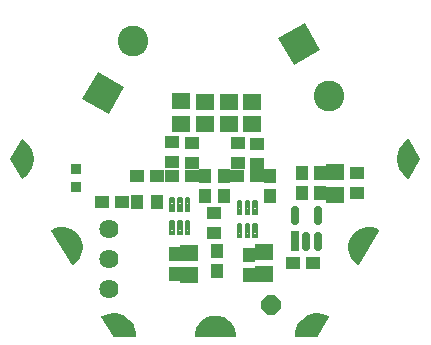
<source format=gbr>
G04 EAGLE Gerber RS-274X export*
G75*
%MOMM*%
%FSLAX34Y34*%
%LPD*%
%INSoldermask Top*%
%IPPOS*%
%AMOC8*
5,1,8,0,0,1.08239X$1,22.5*%
G01*
%ADD10R,1.201600X1.101600*%
%ADD11R,0.901600X0.901600*%
%ADD12C,1.101600*%
%ADD13C,1.625600*%
%ADD14P,1.759533X8X22.500000*%
%ADD15R,2.601600X2.601600*%
%ADD16C,2.601600*%
%ADD17R,1.101600X1.201600*%
%ADD18R,1.601600X1.401600*%
%ADD19C,0.200637*%
%ADD20R,0.673600X1.655600*%
%ADD21C,0.673600*%

G36*
X20204Y-1268D02*
X20204Y-1268D01*
X20233Y-1271D01*
X20300Y-1249D01*
X20370Y-1235D01*
X20394Y-1218D01*
X20422Y-1209D01*
X20475Y-1162D01*
X20534Y-1122D01*
X20550Y-1098D01*
X20572Y-1078D01*
X20603Y-1014D01*
X20641Y-955D01*
X20646Y-926D01*
X20658Y-900D01*
X20667Y-800D01*
X20674Y-758D01*
X20671Y-748D01*
X20673Y-734D01*
X20441Y2064D01*
X20431Y2098D01*
X20427Y2146D01*
X19738Y4867D01*
X19723Y4899D01*
X19711Y4945D01*
X18583Y7517D01*
X18563Y7545D01*
X18544Y7589D01*
X17008Y9940D01*
X16984Y9964D01*
X16958Y10005D01*
X15056Y12070D01*
X15028Y12091D01*
X14995Y12126D01*
X12780Y13851D01*
X12749Y13866D01*
X12711Y13896D01*
X10241Y15232D01*
X10208Y15242D01*
X10166Y15265D01*
X8980Y15673D01*
X7526Y16172D01*
X7525Y16172D01*
X7510Y16177D01*
X7476Y16182D01*
X7430Y16197D01*
X4661Y16659D01*
X4626Y16658D01*
X4579Y16666D01*
X1771Y16666D01*
X1737Y16659D01*
X1689Y16659D01*
X-1080Y16197D01*
X-1113Y16185D01*
X-1160Y16177D01*
X-3816Y15265D01*
X-3846Y15248D01*
X-3891Y15232D01*
X-6361Y13896D01*
X-6387Y13874D01*
X-6430Y13851D01*
X-8645Y12126D01*
X-8668Y12100D01*
X-8706Y12070D01*
X-10608Y10005D01*
X-10626Y9975D01*
X-10658Y9940D01*
X-12194Y7589D01*
X-12207Y7557D01*
X-12233Y7517D01*
X-13361Y4945D01*
X-13368Y4912D01*
X-13371Y4905D01*
X-13377Y4896D01*
X-13378Y4890D01*
X-13388Y4867D01*
X-14077Y2146D01*
X-14079Y2111D01*
X-14091Y2064D01*
X-14323Y-734D01*
X-14319Y-763D01*
X-14324Y-792D01*
X-14308Y-861D01*
X-14299Y-931D01*
X-14285Y-957D01*
X-14278Y-985D01*
X-14236Y-1042D01*
X-14201Y-1104D01*
X-14177Y-1122D01*
X-14160Y-1145D01*
X-14099Y-1181D01*
X-14042Y-1224D01*
X-14014Y-1232D01*
X-13989Y-1247D01*
X-13891Y-1263D01*
X-13850Y-1274D01*
X-13839Y-1272D01*
X-13825Y-1274D01*
X20175Y-1274D01*
X20204Y-1268D01*
G37*
G36*
X-118218Y59035D02*
X-118218Y59035D01*
X-118147Y59032D01*
X-118120Y59042D01*
X-118091Y59044D01*
X-118001Y59086D01*
X-117961Y59101D01*
X-117953Y59109D01*
X-117940Y59115D01*
X-115637Y60714D01*
X-115613Y60740D01*
X-115573Y60767D01*
X-113564Y62724D01*
X-113545Y62753D01*
X-113510Y62786D01*
X-111851Y65047D01*
X-111836Y65078D01*
X-111807Y65117D01*
X-110543Y67620D01*
X-110534Y67654D01*
X-110512Y67697D01*
X-109676Y70374D01*
X-109673Y70408D01*
X-109658Y70454D01*
X-109275Y73233D01*
X-109277Y73267D01*
X-109271Y73315D01*
X-109350Y76118D01*
X-109358Y76152D01*
X-109359Y76200D01*
X-109898Y78952D01*
X-109912Y78984D01*
X-109921Y79032D01*
X-110906Y81657D01*
X-110921Y81682D01*
X-110926Y81702D01*
X-110934Y81713D01*
X-110941Y81732D01*
X-112345Y84160D01*
X-112368Y84186D01*
X-112392Y84228D01*
X-114176Y86391D01*
X-114203Y86413D01*
X-114234Y86450D01*
X-116350Y88291D01*
X-116380Y88308D01*
X-116416Y88340D01*
X-118807Y89807D01*
X-118839Y89818D01*
X-118880Y89844D01*
X-121479Y90897D01*
X-121513Y90904D01*
X-121558Y90922D01*
X-124295Y91533D01*
X-124330Y91534D01*
X-124377Y91545D01*
X-127177Y91697D01*
X-127211Y91692D01*
X-127259Y91695D01*
X-130047Y91385D01*
X-130080Y91374D01*
X-130128Y91369D01*
X-132826Y90604D01*
X-132856Y90588D01*
X-132903Y90575D01*
X-135438Y89376D01*
X-135462Y89359D01*
X-135489Y89349D01*
X-135541Y89300D01*
X-135598Y89257D01*
X-135612Y89232D01*
X-135634Y89212D01*
X-135662Y89147D01*
X-135698Y89086D01*
X-135701Y89057D01*
X-135713Y89030D01*
X-135714Y88959D01*
X-135723Y88888D01*
X-135715Y88860D01*
X-135715Y88831D01*
X-135681Y88738D01*
X-135669Y88697D01*
X-135662Y88688D01*
X-135657Y88675D01*
X-118657Y59275D01*
X-118638Y59253D01*
X-118625Y59227D01*
X-118572Y59179D01*
X-118525Y59126D01*
X-118499Y59114D01*
X-118477Y59094D01*
X-118410Y59071D01*
X-118346Y59041D01*
X-118317Y59039D01*
X-118289Y59030D01*
X-118218Y59035D01*
G37*
G36*
X124601Y59036D02*
X124601Y59036D01*
X124672Y59035D01*
X124699Y59046D01*
X124728Y59050D01*
X124790Y59084D01*
X124855Y59112D01*
X124876Y59133D01*
X124901Y59147D01*
X124964Y59223D01*
X124994Y59254D01*
X124998Y59264D01*
X125007Y59275D01*
X142007Y88675D01*
X142016Y88703D01*
X142033Y88727D01*
X142048Y88796D01*
X142070Y88864D01*
X142068Y88893D01*
X142074Y88921D01*
X142061Y88991D01*
X142055Y89062D01*
X142042Y89088D01*
X142036Y89116D01*
X141996Y89175D01*
X141964Y89238D01*
X141941Y89257D01*
X141925Y89281D01*
X141843Y89338D01*
X141810Y89365D01*
X141800Y89368D01*
X141788Y89376D01*
X139253Y90575D01*
X139219Y90583D01*
X139176Y90604D01*
X136478Y91369D01*
X136443Y91371D01*
X136397Y91385D01*
X133609Y91695D01*
X133575Y91692D01*
X133527Y91697D01*
X130727Y91545D01*
X130693Y91536D01*
X130645Y91533D01*
X127908Y90922D01*
X127876Y90908D01*
X127829Y90897D01*
X125230Y89844D01*
X125201Y89825D01*
X125157Y89807D01*
X122766Y88340D01*
X122741Y88316D01*
X122700Y88291D01*
X120584Y86450D01*
X120563Y86423D01*
X120526Y86391D01*
X118742Y84228D01*
X118726Y84197D01*
X118695Y84160D01*
X117291Y81732D01*
X117280Y81699D01*
X117273Y81686D01*
X117263Y81672D01*
X117263Y81669D01*
X117256Y81657D01*
X116271Y79032D01*
X116265Y78997D01*
X116248Y78952D01*
X115709Y76200D01*
X115709Y76166D01*
X115700Y76118D01*
X115621Y73315D01*
X115627Y73281D01*
X115625Y73233D01*
X116008Y70454D01*
X116020Y70422D01*
X116026Y70374D01*
X116862Y67697D01*
X116879Y67666D01*
X116893Y67620D01*
X118157Y65117D01*
X118179Y65090D01*
X118201Y65047D01*
X119860Y62786D01*
X119886Y62763D01*
X119914Y62724D01*
X121923Y60767D01*
X121952Y60748D01*
X121987Y60714D01*
X124290Y59115D01*
X124317Y59103D01*
X124340Y59085D01*
X124408Y59064D01*
X124473Y59036D01*
X124502Y59036D01*
X124530Y59028D01*
X124601Y59036D01*
G37*
G36*
X166902Y132236D02*
X166902Y132236D01*
X166973Y132236D01*
X167000Y132247D01*
X167029Y132250D01*
X167091Y132285D01*
X167156Y132313D01*
X167177Y132333D01*
X167202Y132348D01*
X167265Y132425D01*
X167295Y132455D01*
X167299Y132465D01*
X167308Y132476D01*
X176808Y148976D01*
X176818Y149008D01*
X176827Y149021D01*
X176831Y149045D01*
X176832Y149049D01*
X176863Y149119D01*
X176863Y149143D01*
X176871Y149165D01*
X176865Y149241D01*
X176866Y149318D01*
X176856Y149342D01*
X176855Y149363D01*
X176834Y149402D01*
X176808Y149474D01*
X167308Y165974D01*
X167289Y165996D01*
X167276Y166022D01*
X167223Y166070D01*
X167176Y166123D01*
X167150Y166136D01*
X167129Y166155D01*
X167061Y166178D01*
X166997Y166209D01*
X166968Y166211D01*
X166941Y166220D01*
X166869Y166215D01*
X166798Y166218D01*
X166771Y166208D01*
X166742Y166206D01*
X166652Y166164D01*
X166612Y166149D01*
X166604Y166142D01*
X166591Y166136D01*
X164068Y164394D01*
X164044Y164370D01*
X164006Y164343D01*
X161794Y162219D01*
X161775Y162191D01*
X161741Y162159D01*
X159899Y159708D01*
X159885Y159677D01*
X159856Y159640D01*
X158431Y156925D01*
X158422Y156894D01*
X158406Y156869D01*
X158405Y156861D01*
X158400Y156851D01*
X157429Y153943D01*
X157425Y153909D01*
X157410Y153865D01*
X156918Y150838D01*
X156919Y150804D01*
X156911Y150758D01*
X156911Y147692D01*
X156912Y147688D01*
X156912Y147686D01*
X156918Y147659D01*
X156918Y147612D01*
X157410Y144585D01*
X157422Y144554D01*
X157429Y144507D01*
X158400Y141599D01*
X158417Y141570D01*
X158431Y141525D01*
X159856Y138810D01*
X159878Y138784D01*
X159899Y138742D01*
X161741Y136291D01*
X161766Y136268D01*
X161794Y136231D01*
X164006Y134107D01*
X164034Y134089D01*
X164068Y134056D01*
X166591Y132314D01*
X166618Y132303D01*
X166640Y132284D01*
X166709Y132264D01*
X166774Y132236D01*
X166803Y132236D01*
X166831Y132228D01*
X166902Y132236D01*
G37*
G36*
X-160519Y132235D02*
X-160519Y132235D01*
X-160448Y132232D01*
X-160421Y132242D01*
X-160392Y132244D01*
X-160302Y132286D01*
X-160262Y132301D01*
X-160254Y132308D01*
X-160241Y132314D01*
X-157718Y134056D01*
X-157694Y134080D01*
X-157656Y134107D01*
X-155444Y136231D01*
X-155425Y136259D01*
X-155391Y136291D01*
X-153549Y138742D01*
X-153535Y138773D01*
X-153506Y138810D01*
X-152081Y141525D01*
X-152072Y141558D01*
X-152050Y141599D01*
X-151079Y144507D01*
X-151075Y144541D01*
X-151060Y144585D01*
X-150568Y147612D01*
X-150569Y147646D01*
X-150561Y147692D01*
X-150561Y150758D01*
X-150568Y150791D01*
X-150568Y150838D01*
X-151060Y153865D01*
X-151072Y153896D01*
X-151079Y153943D01*
X-152050Y156851D01*
X-152063Y156874D01*
X-152069Y156899D01*
X-152076Y156908D01*
X-152081Y156925D01*
X-153506Y159640D01*
X-153528Y159666D01*
X-153549Y159708D01*
X-155391Y162159D01*
X-155416Y162182D01*
X-155444Y162219D01*
X-157656Y164343D01*
X-157684Y164361D01*
X-157718Y164394D01*
X-160241Y166136D01*
X-160268Y166147D01*
X-160290Y166166D01*
X-160359Y166186D01*
X-160424Y166214D01*
X-160453Y166214D01*
X-160481Y166222D01*
X-160552Y166214D01*
X-160623Y166215D01*
X-160650Y166203D01*
X-160679Y166200D01*
X-160741Y166165D01*
X-160806Y166137D01*
X-160827Y166117D01*
X-160852Y166102D01*
X-160915Y166025D01*
X-160945Y165995D01*
X-160949Y165985D01*
X-160958Y165974D01*
X-170458Y149474D01*
X-170482Y149401D01*
X-170513Y149331D01*
X-170513Y149307D01*
X-170521Y149285D01*
X-170515Y149209D01*
X-170516Y149132D01*
X-170506Y149108D01*
X-170505Y149087D01*
X-170484Y149048D01*
X-170465Y148996D01*
X-170464Y148990D01*
X-170462Y148988D01*
X-170458Y148976D01*
X-160958Y132476D01*
X-160939Y132454D01*
X-160926Y132428D01*
X-160873Y132380D01*
X-160826Y132327D01*
X-160800Y132314D01*
X-160779Y132295D01*
X-160711Y132272D01*
X-160647Y132241D01*
X-160618Y132240D01*
X-160591Y132230D01*
X-160519Y132235D01*
G37*
G36*
X89851Y-1259D02*
X89851Y-1259D01*
X89929Y-1250D01*
X89948Y-1239D01*
X89970Y-1235D01*
X90034Y-1191D01*
X90102Y-1152D01*
X90118Y-1133D01*
X90134Y-1122D01*
X90158Y-1084D01*
X90208Y-1024D01*
X99708Y15476D01*
X99717Y15503D01*
X99733Y15527D01*
X99748Y15597D01*
X99771Y15665D01*
X99768Y15693D01*
X99774Y15721D01*
X99761Y15792D01*
X99755Y15863D01*
X99742Y15888D01*
X99736Y15916D01*
X99696Y15976D01*
X99663Y16039D01*
X99641Y16057D01*
X99625Y16081D01*
X99542Y16139D01*
X99510Y16166D01*
X99499Y16169D01*
X99489Y16176D01*
X96723Y17485D01*
X96690Y17493D01*
X96647Y17513D01*
X93707Y18361D01*
X93673Y18364D01*
X93629Y18377D01*
X90591Y18742D01*
X90557Y18739D01*
X90510Y18745D01*
X87453Y18618D01*
X87420Y18610D01*
X87373Y18609D01*
X84376Y17993D01*
X84345Y17980D01*
X84299Y17971D01*
X81439Y16882D01*
X81411Y16864D01*
X81367Y16848D01*
X78719Y15314D01*
X78693Y15292D01*
X78653Y15269D01*
X76285Y13331D01*
X76263Y13304D01*
X76227Y13275D01*
X74200Y10982D01*
X74184Y10953D01*
X74152Y10918D01*
X72520Y8330D01*
X72508Y8298D01*
X72483Y8259D01*
X71287Y5442D01*
X71280Y5409D01*
X71277Y5402D01*
X71273Y5396D01*
X71272Y5390D01*
X71261Y5366D01*
X70533Y2394D01*
X70531Y2360D01*
X70520Y2315D01*
X70277Y-735D01*
X70281Y-764D01*
X70276Y-792D01*
X70293Y-861D01*
X70301Y-933D01*
X70316Y-957D01*
X70322Y-985D01*
X70365Y-1043D01*
X70401Y-1105D01*
X70423Y-1122D01*
X70440Y-1145D01*
X70502Y-1182D01*
X70559Y-1225D01*
X70587Y-1232D01*
X70611Y-1247D01*
X70711Y-1263D01*
X70752Y-1274D01*
X70762Y-1272D01*
X70775Y-1274D01*
X89775Y-1274D01*
X89851Y-1259D01*
G37*
G36*
X-64397Y-1269D02*
X-64397Y-1269D01*
X-64369Y-1271D01*
X-64301Y-1249D01*
X-64230Y-1235D01*
X-64207Y-1219D01*
X-64180Y-1210D01*
X-64125Y-1163D01*
X-64066Y-1122D01*
X-64051Y-1098D01*
X-64030Y-1080D01*
X-63998Y-1015D01*
X-63959Y-955D01*
X-63954Y-927D01*
X-63942Y-901D01*
X-63933Y-799D01*
X-63926Y-758D01*
X-63928Y-748D01*
X-63927Y-735D01*
X-64170Y2315D01*
X-64179Y2347D01*
X-64183Y2394D01*
X-64911Y5366D01*
X-64926Y5397D01*
X-64937Y5442D01*
X-66133Y8259D01*
X-66152Y8287D01*
X-66170Y8330D01*
X-67802Y10918D01*
X-67826Y10942D01*
X-67850Y10982D01*
X-69877Y13275D01*
X-69904Y13295D01*
X-69935Y13331D01*
X-72303Y15269D01*
X-72333Y15285D01*
X-72369Y15314D01*
X-75017Y16848D01*
X-75049Y16858D01*
X-75089Y16882D01*
X-77949Y17971D01*
X-77982Y17976D01*
X-78026Y17993D01*
X-81023Y18609D01*
X-81057Y18609D01*
X-81103Y18618D01*
X-84160Y18745D01*
X-84194Y18740D01*
X-84241Y18742D01*
X-87279Y18377D01*
X-87311Y18366D01*
X-87357Y18361D01*
X-90297Y17513D01*
X-90327Y17497D01*
X-90373Y17485D01*
X-93139Y16176D01*
X-93161Y16159D01*
X-93188Y16149D01*
X-93240Y16100D01*
X-93298Y16057D01*
X-93312Y16032D01*
X-93333Y16013D01*
X-93362Y15947D01*
X-93398Y15885D01*
X-93401Y15857D01*
X-93413Y15831D01*
X-93414Y15759D01*
X-93423Y15688D01*
X-93415Y15661D01*
X-93416Y15632D01*
X-93380Y15537D01*
X-93369Y15497D01*
X-93362Y15488D01*
X-93358Y15476D01*
X-83858Y-1024D01*
X-83806Y-1082D01*
X-83760Y-1145D01*
X-83741Y-1156D01*
X-83726Y-1173D01*
X-83656Y-1207D01*
X-83589Y-1247D01*
X-83565Y-1251D01*
X-83547Y-1259D01*
X-83502Y-1261D01*
X-83425Y-1274D01*
X-64425Y-1274D01*
X-64397Y-1269D01*
G37*
D10*
X123031Y120088D03*
X123031Y137088D03*
D11*
X-115094Y125850D03*
X-115094Y140850D03*
D12*
X168375Y149225D03*
X85775Y6125D03*
X-79425Y6125D03*
X-162025Y149225D03*
X127075Y77725D03*
X3175Y6125D03*
X-120725Y77725D03*
D13*
X-86519Y89694D03*
X-86519Y64294D03*
X-86519Y38894D03*
D14*
X50006Y25400D03*
D15*
G36*
X-74057Y209854D02*
X-87065Y187324D01*
X-109595Y200332D01*
X-96587Y222862D01*
X-74057Y209854D01*
G37*
D16*
X-66426Y249087D03*
D15*
G36*
X69589Y228888D02*
X56581Y251418D01*
X79111Y264426D01*
X92119Y241896D01*
X69589Y228888D01*
G37*
D16*
X99750Y202663D03*
D10*
X21663Y134938D03*
X38663Y134938D03*
D17*
X10319Y117706D03*
X10319Y134706D03*
X49213Y134706D03*
X49213Y117706D03*
D10*
X22225Y162488D03*
X22225Y145488D03*
X38525Y162119D03*
X38525Y145119D03*
D18*
X14288Y178619D03*
X14288Y197619D03*
X34422Y178909D03*
X34422Y197909D03*
D17*
X31750Y68031D03*
X31750Y51031D03*
X4763Y71206D03*
X4763Y54206D03*
D10*
X1588Y103750D03*
X1588Y86750D03*
D19*
X-31983Y85751D02*
X-31983Y96661D01*
X-31983Y85751D02*
X-34993Y85751D01*
X-34993Y96661D01*
X-31983Y96661D01*
X-31983Y87657D02*
X-34993Y87657D01*
X-34993Y89563D02*
X-31983Y89563D01*
X-31983Y91469D02*
X-34993Y91469D01*
X-34993Y93375D02*
X-31983Y93375D01*
X-31983Y95281D02*
X-34993Y95281D01*
X-25483Y96661D02*
X-25483Y85751D01*
X-28493Y85751D01*
X-28493Y96661D01*
X-25483Y96661D01*
X-25483Y87657D02*
X-28493Y87657D01*
X-28493Y89563D02*
X-25483Y89563D01*
X-25483Y91469D02*
X-28493Y91469D01*
X-28493Y93375D02*
X-25483Y93375D01*
X-25483Y95281D02*
X-28493Y95281D01*
X-18983Y96661D02*
X-18983Y85751D01*
X-21993Y85751D01*
X-21993Y96661D01*
X-18983Y96661D01*
X-18983Y87657D02*
X-21993Y87657D01*
X-21993Y89563D02*
X-18983Y89563D01*
X-18983Y91469D02*
X-21993Y91469D01*
X-21993Y93375D02*
X-18983Y93375D01*
X-18983Y95281D02*
X-21993Y95281D01*
X-21993Y104951D02*
X-21993Y115861D01*
X-18983Y115861D01*
X-18983Y104951D01*
X-21993Y104951D01*
X-21993Y106857D02*
X-18983Y106857D01*
X-18983Y108763D02*
X-21993Y108763D01*
X-21993Y110669D02*
X-18983Y110669D01*
X-18983Y112575D02*
X-21993Y112575D01*
X-21993Y114481D02*
X-18983Y114481D01*
X-28493Y115861D02*
X-28493Y104951D01*
X-28493Y115861D02*
X-25483Y115861D01*
X-25483Y104951D01*
X-28493Y104951D01*
X-28493Y106857D02*
X-25483Y106857D01*
X-25483Y108763D02*
X-28493Y108763D01*
X-28493Y110669D02*
X-25483Y110669D01*
X-25483Y112575D02*
X-28493Y112575D01*
X-28493Y114481D02*
X-25483Y114481D01*
X-34993Y115861D02*
X-34993Y104951D01*
X-34993Y115861D02*
X-31983Y115861D01*
X-31983Y104951D01*
X-34993Y104951D01*
X-34993Y106857D02*
X-31983Y106857D01*
X-31983Y108763D02*
X-34993Y108763D01*
X-34993Y110669D02*
X-31983Y110669D01*
X-31983Y112575D02*
X-34993Y112575D01*
X-34993Y114481D02*
X-31983Y114481D01*
D10*
X-16900Y134938D03*
X-33900Y134938D03*
D17*
X-5556Y117706D03*
X-5556Y134706D03*
D10*
X-46269Y134938D03*
X-63269Y134938D03*
X-16669Y162488D03*
X-16669Y145488D03*
X-33841Y163359D03*
X-33841Y146359D03*
D18*
X-5556Y197619D03*
X-5556Y178619D03*
X-25875Y198016D03*
X-25875Y179016D03*
D10*
X-75638Y112713D03*
X-92638Y112713D03*
D17*
X-46269Y112713D03*
X-63269Y112713D03*
X-30956Y68825D03*
X-30956Y51825D03*
D10*
X68494Y61119D03*
X85494Y61119D03*
D18*
X104775Y119088D03*
X104775Y138088D03*
D20*
X70669Y79488D03*
D21*
X80169Y74578D02*
X80169Y84398D01*
X89669Y84398D02*
X89669Y74578D01*
X89669Y96578D02*
X89669Y106398D01*
X70669Y106398D02*
X70669Y96578D01*
D19*
X25168Y94280D02*
X25168Y83370D01*
X22158Y83370D01*
X22158Y94280D01*
X25168Y94280D01*
X25168Y85276D02*
X22158Y85276D01*
X22158Y87182D02*
X25168Y87182D01*
X25168Y89088D02*
X22158Y89088D01*
X22158Y90994D02*
X25168Y90994D01*
X25168Y92900D02*
X22158Y92900D01*
X31668Y94280D02*
X31668Y83370D01*
X28658Y83370D01*
X28658Y94280D01*
X31668Y94280D01*
X31668Y85276D02*
X28658Y85276D01*
X28658Y87182D02*
X31668Y87182D01*
X31668Y89088D02*
X28658Y89088D01*
X28658Y90994D02*
X31668Y90994D01*
X31668Y92900D02*
X28658Y92900D01*
X38168Y94280D02*
X38168Y83370D01*
X35158Y83370D01*
X35158Y94280D01*
X38168Y94280D01*
X38168Y85276D02*
X35158Y85276D01*
X35158Y87182D02*
X38168Y87182D01*
X38168Y89088D02*
X35158Y89088D01*
X35158Y90994D02*
X38168Y90994D01*
X38168Y92900D02*
X35158Y92900D01*
X35158Y102570D02*
X35158Y113480D01*
X38168Y113480D01*
X38168Y102570D01*
X35158Y102570D01*
X35158Y104476D02*
X38168Y104476D01*
X38168Y106382D02*
X35158Y106382D01*
X35158Y108288D02*
X38168Y108288D01*
X38168Y110194D02*
X35158Y110194D01*
X35158Y112100D02*
X38168Y112100D01*
X28658Y113480D02*
X28658Y102570D01*
X28658Y113480D02*
X31668Y113480D01*
X31668Y102570D01*
X28658Y102570D01*
X28658Y104476D02*
X31668Y104476D01*
X31668Y106382D02*
X28658Y106382D01*
X28658Y108288D02*
X31668Y108288D01*
X31668Y110194D02*
X28658Y110194D01*
X28658Y112100D02*
X31668Y112100D01*
X22158Y113480D02*
X22158Y102570D01*
X22158Y113480D02*
X25168Y113480D01*
X25168Y102570D01*
X22158Y102570D01*
X22158Y104476D02*
X25168Y104476D01*
X25168Y106382D02*
X22158Y106382D01*
X22158Y108288D02*
X25168Y108288D01*
X25168Y110194D02*
X22158Y110194D01*
X22158Y112100D02*
X25168Y112100D01*
D18*
X-19050Y69825D03*
X-19050Y50825D03*
X44450Y70619D03*
X44450Y51619D03*
D17*
X92075Y120088D03*
X92075Y137088D03*
X76200Y120088D03*
X76200Y137088D03*
M02*

</source>
